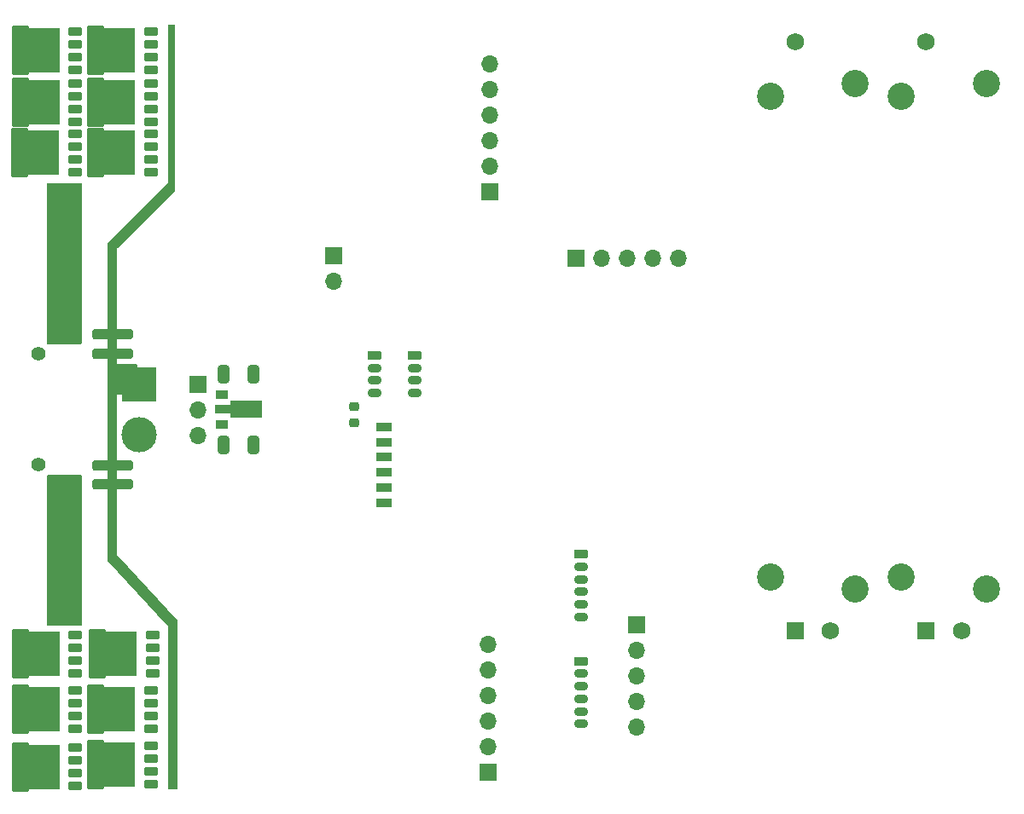
<source format=gbr>
%TF.GenerationSoftware,KiCad,Pcbnew,(6.0.5)*%
%TF.CreationDate,2022-08-05T23:54:08+09:00*%
%TF.ProjectId,ORION_VV_driver_v1,4f52494f-4e5f-4565-965f-647269766572,rev?*%
%TF.SameCoordinates,Original*%
%TF.FileFunction,Soldermask,Bot*%
%TF.FilePolarity,Negative*%
%FSLAX46Y46*%
G04 Gerber Fmt 4.6, Leading zero omitted, Abs format (unit mm)*
G04 Created by KiCad (PCBNEW (6.0.5)) date 2022-08-05 23:54:08*
%MOMM*%
%LPD*%
G01*
G04 APERTURE LIST*
G04 Aperture macros list*
%AMRoundRect*
0 Rectangle with rounded corners*
0 $1 Rounding radius*
0 $2 $3 $4 $5 $6 $7 $8 $9 X,Y pos of 4 corners*
0 Add a 4 corners polygon primitive as box body*
4,1,4,$2,$3,$4,$5,$6,$7,$8,$9,$2,$3,0*
0 Add four circle primitives for the rounded corners*
1,1,$1+$1,$2,$3*
1,1,$1+$1,$4,$5*
1,1,$1+$1,$6,$7*
1,1,$1+$1,$8,$9*
0 Add four rect primitives between the rounded corners*
20,1,$1+$1,$2,$3,$4,$5,0*
20,1,$1+$1,$4,$5,$6,$7,0*
20,1,$1+$1,$6,$7,$8,$9,0*
20,1,$1+$1,$8,$9,$2,$3,0*%
%AMFreePoly0*
4,1,9,3.862500,-0.866500,0.737500,-0.866500,0.737500,-0.450000,-0.737500,-0.450000,-0.737500,0.450000,0.737500,0.450000,0.737500,0.866500,3.862500,0.866500,3.862500,-0.866500,3.862500,-0.866500,$1*%
%AMFreePoly1*
4,1,21,3.024497,2.399497,3.045000,2.350000,3.045000,-2.350000,3.024497,-2.399497,2.975000,-2.420000,1.425000,-2.420000,1.375503,-2.399497,1.355000,-2.350000,1.355000,-2.170000,-1.650000,-2.170000,-1.699497,-2.149497,-1.720000,-2.100000,-1.720000,2.100000,-1.699497,2.149497,-1.650000,2.170000,1.355000,2.170000,1.355000,2.350000,1.375503,2.399497,1.425000,2.420000,2.975000,2.420000,
3.024497,2.399497,3.024497,2.399497,$1*%
G04 Aperture macros list end*
%ADD10RoundRect,0.225000X-0.475000X0.225000X-0.475000X-0.225000X0.475000X-0.225000X0.475000X0.225000X0*%
%ADD11O,1.400000X0.900000*%
%ADD12R,1.750000X1.750000*%
%ADD13C,1.750000*%
%ADD14C,2.700000*%
%ADD15R,1.700000X1.700000*%
%ADD16O,1.700000X1.700000*%
%ADD17C,1.400000*%
%ADD18R,3.500000X3.500000*%
%ADD19C,3.500000*%
%ADD20RoundRect,0.225000X-0.575000X0.225000X-0.575000X-0.225000X0.575000X-0.225000X0.575000X0.225000X0*%
%ADD21RoundRect,0.250000X-1.775000X0.262500X-1.775000X-0.262500X1.775000X-0.262500X1.775000X0.262500X0*%
%ADD22R,1.300000X0.900000*%
%ADD23FreePoly0,0.000000*%
%ADD24RoundRect,0.070000X-0.575000X0.350000X-0.575000X-0.350000X0.575000X-0.350000X0.575000X0.350000X0*%
%ADD25FreePoly1,180.000000*%
%ADD26RoundRect,0.218750X-0.256250X0.218750X-0.256250X-0.218750X0.256250X-0.218750X0.256250X0.218750X0*%
%ADD27RoundRect,0.250000X0.325000X0.650000X-0.325000X0.650000X-0.325000X-0.650000X0.325000X-0.650000X0*%
%ADD28RoundRect,0.250000X1.775000X-0.262500X1.775000X0.262500X-1.775000X0.262500X-1.775000X-0.262500X0*%
G04 APERTURE END LIST*
D10*
%TO.C,J2*%
X51500000Y-59625000D03*
D11*
X51500000Y-60875000D03*
X51500000Y-62125000D03*
X51500000Y-63375000D03*
%TD*%
D10*
%TO.C,J6*%
X72000000Y-79375000D03*
D11*
X72000000Y-80625000D03*
X72000000Y-81875000D03*
X72000000Y-83125000D03*
X72000000Y-84375000D03*
X72000000Y-85625000D03*
%TD*%
D12*
%TO.C,RV1*%
X106250000Y-87020000D03*
D13*
X109750000Y-87020000D03*
X106250000Y-28520000D03*
D14*
X103800000Y-81670000D03*
X112200000Y-32670000D03*
X112200000Y-82870000D03*
X103800000Y-33870000D03*
%TD*%
D15*
%TO.C,J10*%
X77500000Y-86425000D03*
D16*
X77500000Y-88965000D03*
X77500000Y-91505000D03*
X77500000Y-94045000D03*
X77500000Y-96585000D03*
%TD*%
D15*
%TO.C,J14*%
X34000000Y-62475000D03*
D16*
X34000000Y-65015000D03*
X34000000Y-67555000D03*
%TD*%
D17*
%TO.C,J11*%
X18175000Y-70500000D03*
X18175000Y-59500000D03*
D18*
X28175000Y-62500000D03*
D19*
X28175000Y-67500000D03*
%TD*%
D10*
%TO.C,J5*%
X72000000Y-90000000D03*
D11*
X72000000Y-91250000D03*
X72000000Y-92500000D03*
X72000000Y-93750000D03*
X72000000Y-95000000D03*
X72000000Y-96250000D03*
%TD*%
D12*
%TO.C,RV2*%
X93250000Y-87020000D03*
D13*
X96750000Y-87020000D03*
X93250000Y-28520000D03*
D14*
X99200000Y-82870000D03*
X90800000Y-33870000D03*
X90800000Y-81670000D03*
X99200000Y-32670000D03*
%TD*%
D15*
%TO.C,J1*%
X47500000Y-49725000D03*
D16*
X47500000Y-52265000D03*
%TD*%
D15*
%TO.C,J8*%
X63000000Y-43350000D03*
D16*
X63000000Y-40810000D03*
X63000000Y-38270000D03*
X63000000Y-35730000D03*
X63000000Y-33190000D03*
X63000000Y-30650000D03*
%TD*%
D15*
%TO.C,J7*%
X71500000Y-50000000D03*
D16*
X74040000Y-50000000D03*
X76580000Y-50000000D03*
X79120000Y-50000000D03*
X81660000Y-50000000D03*
%TD*%
D15*
%TO.C,J9*%
X62825000Y-101000000D03*
D16*
X62825000Y-98460000D03*
X62825000Y-95920000D03*
X62825000Y-93380000D03*
X62825000Y-90840000D03*
X62825000Y-88300000D03*
%TD*%
D10*
%TO.C,J3*%
X55500000Y-59625000D03*
D11*
X55500000Y-60875000D03*
X55500000Y-62125000D03*
X55500000Y-63375000D03*
%TD*%
D20*
%TO.C,J4*%
X52450000Y-66750000D03*
X52450000Y-68250000D03*
X52450000Y-69750000D03*
X52450000Y-71250000D03*
X52450000Y-72750000D03*
X52450000Y-74250000D03*
%TD*%
D21*
%TO.C,R27*%
X25500000Y-57562500D03*
X25500000Y-59437500D03*
%TD*%
D22*
%TO.C,U2*%
X36350000Y-66500000D03*
D23*
X36437500Y-65000000D03*
D22*
X36350000Y-63500000D03*
%TD*%
D24*
%TO.C,Q10*%
X29335000Y-98390000D03*
X29335000Y-99660000D03*
X29335000Y-100940000D03*
X29335000Y-102210000D03*
D25*
X26065000Y-100300000D03*
%TD*%
D24*
%TO.C,Q5*%
X21835000Y-92890000D03*
X21835000Y-94160000D03*
X21835000Y-95440000D03*
X21835000Y-96710000D03*
D25*
X18565000Y-94800000D03*
%TD*%
D26*
%TO.C,D5*%
X49500000Y-64712500D03*
X49500000Y-66287500D03*
%TD*%
D24*
%TO.C,Q2*%
X29500000Y-87390000D03*
X29500000Y-88660000D03*
X29500000Y-89940000D03*
X29500000Y-91210000D03*
D25*
X26230000Y-89300000D03*
%TD*%
D24*
%TO.C,Q4*%
X29335000Y-27440000D03*
X29335000Y-28710000D03*
X29335000Y-29990000D03*
X29335000Y-31260000D03*
D25*
X26065000Y-29350000D03*
%TD*%
D27*
%TO.C,C4*%
X39475000Y-68500000D03*
X36525000Y-68500000D03*
%TD*%
D24*
%TO.C,Q9*%
X21835000Y-98590000D03*
X21835000Y-99860000D03*
X21835000Y-101140000D03*
X21835000Y-102410000D03*
D25*
X18565000Y-100500000D03*
%TD*%
D24*
%TO.C,Q7*%
X21835000Y-32590000D03*
X21835000Y-33860000D03*
X21835000Y-35140000D03*
X21835000Y-36410000D03*
D25*
X18565000Y-34500000D03*
%TD*%
D24*
%TO.C,Q8*%
X29335000Y-32590000D03*
X29335000Y-33860000D03*
X29335000Y-35140000D03*
X29335000Y-36410000D03*
D25*
X26065000Y-34500000D03*
%TD*%
D24*
%TO.C,Q1*%
X21835000Y-87390000D03*
X21835000Y-88660000D03*
X21835000Y-89940000D03*
X21835000Y-91210000D03*
D25*
X18565000Y-89300000D03*
%TD*%
D27*
%TO.C,C2*%
X39475000Y-61500000D03*
X36525000Y-61500000D03*
%TD*%
D24*
%TO.C,Q3*%
X21835000Y-27440000D03*
X21835000Y-28710000D03*
X21835000Y-29990000D03*
X21835000Y-31260000D03*
D25*
X18565000Y-29350000D03*
%TD*%
D24*
%TO.C,Q6*%
X29335000Y-92890000D03*
X29335000Y-94160000D03*
X29335000Y-95440000D03*
X29335000Y-96710000D03*
D25*
X26065000Y-94800000D03*
%TD*%
D24*
%TO.C,Q12*%
X29335000Y-37590000D03*
X29335000Y-38860000D03*
X29335000Y-40140000D03*
X29335000Y-41410000D03*
D25*
X26065000Y-39500000D03*
%TD*%
D24*
%TO.C,Q11*%
X21770000Y-37590000D03*
X21770000Y-38860000D03*
X21770000Y-40140000D03*
X21770000Y-41410000D03*
D25*
X18500000Y-39500000D03*
%TD*%
D28*
%TO.C,R21*%
X25500000Y-72437500D03*
X25500000Y-70562500D03*
%TD*%
G36*
X31692121Y-26770002D02*
G01*
X31738614Y-26823658D01*
X31750000Y-26876000D01*
X31750000Y-43197810D01*
X31729998Y-43265931D01*
X31713095Y-43286905D01*
X26012812Y-48987188D01*
X26000000Y-49010650D01*
X26000000Y-60481885D01*
X26004475Y-60497124D01*
X26005865Y-60498329D01*
X26013548Y-60500000D01*
X27874000Y-60500000D01*
X27942121Y-60520002D01*
X27988614Y-60573658D01*
X28000000Y-60626000D01*
X28000000Y-63374000D01*
X27979998Y-63442121D01*
X27926342Y-63488614D01*
X27874000Y-63500000D01*
X26018115Y-63500000D01*
X26002876Y-63504475D01*
X26001671Y-63505865D01*
X26000000Y-63513548D01*
X26000000Y-79481885D01*
X26007800Y-79508450D01*
X31966585Y-85963800D01*
X31998093Y-86027422D01*
X32000000Y-86049263D01*
X32000000Y-102624000D01*
X31979998Y-102692121D01*
X31926342Y-102738614D01*
X31874000Y-102750000D01*
X31126000Y-102750000D01*
X31057879Y-102729998D01*
X31011386Y-102676342D01*
X31000000Y-102624000D01*
X31000000Y-86518115D01*
X30992200Y-86491550D01*
X25033415Y-80036200D01*
X25001907Y-79972578D01*
X25000000Y-79950737D01*
X25000000Y-48552190D01*
X25020002Y-48484069D01*
X25036905Y-48463095D01*
X30987188Y-42512812D01*
X31000000Y-42489350D01*
X31000000Y-26876000D01*
X31020002Y-26807879D01*
X31073658Y-26761386D01*
X31126000Y-26750000D01*
X31624000Y-26750000D01*
X31692121Y-26770002D01*
G37*
G36*
X22442121Y-42520002D02*
G01*
X22488614Y-42573658D01*
X22500000Y-42626000D01*
X22500000Y-58374000D01*
X22479998Y-58442121D01*
X22426342Y-58488614D01*
X22374000Y-58500000D01*
X19126000Y-58500000D01*
X19057879Y-58479998D01*
X19011386Y-58426342D01*
X19000000Y-58374000D01*
X19000000Y-42626000D01*
X19020002Y-42557879D01*
X19073658Y-42511386D01*
X19126000Y-42500000D01*
X22374000Y-42500000D01*
X22442121Y-42520002D01*
G37*
G36*
X22442121Y-71520002D02*
G01*
X22488614Y-71573658D01*
X22500000Y-71626000D01*
X22500000Y-86374000D01*
X22479998Y-86442121D01*
X22426342Y-86488614D01*
X22374000Y-86500000D01*
X19126000Y-86500000D01*
X19057879Y-86479998D01*
X19011386Y-86426342D01*
X19000000Y-86374000D01*
X19000000Y-71626000D01*
X19020002Y-71557879D01*
X19073658Y-71511386D01*
X19126000Y-71500000D01*
X22374000Y-71500000D01*
X22442121Y-71520002D01*
G37*
M02*

</source>
